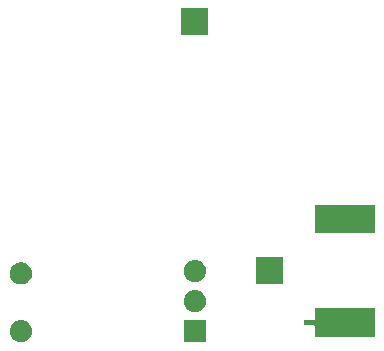
<source format=gbr>
G04 #@! TF.GenerationSoftware,KiCad,Pcbnew,(5.1.5)-3*
G04 #@! TF.CreationDate,2020-02-13T19:53:59-08:00*
G04 #@! TF.ProjectId,Clock_Test,436c6f63-6b5f-4546-9573-742e6b696361,rev?*
G04 #@! TF.SameCoordinates,Original*
G04 #@! TF.FileFunction,Soldermask,Bot*
G04 #@! TF.FilePolarity,Negative*
%FSLAX46Y46*%
G04 Gerber Fmt 4.6, Leading zero omitted, Abs format (unit mm)*
G04 Created by KiCad (PCBNEW (5.1.5)-3) date 2020-02-13 19:53:59*
%MOMM*%
%LPD*%
G04 APERTURE LIST*
%ADD10C,0.100000*%
G04 APERTURE END LIST*
D10*
G36*
X20086128Y-50404315D02*
G01*
X20171645Y-50439738D01*
X20257162Y-50475160D01*
X20257163Y-50475161D01*
X20411088Y-50578010D01*
X20541990Y-50708912D01*
X20610712Y-50811762D01*
X20644840Y-50862838D01*
X20676894Y-50940223D01*
X20715685Y-51033872D01*
X20751800Y-51215438D01*
X20751800Y-51400562D01*
X20715685Y-51582128D01*
X20680262Y-51667646D01*
X20644840Y-51753162D01*
X20644839Y-51753163D01*
X20541990Y-51907088D01*
X20411088Y-52037990D01*
X20308238Y-52106712D01*
X20257162Y-52140840D01*
X20171645Y-52176262D01*
X20086128Y-52211685D01*
X19904562Y-52247800D01*
X19719438Y-52247800D01*
X19537872Y-52211685D01*
X19452355Y-52176262D01*
X19366838Y-52140840D01*
X19315762Y-52106712D01*
X19212912Y-52037990D01*
X19082010Y-51907088D01*
X18979161Y-51753163D01*
X18979160Y-51753162D01*
X18943738Y-51667646D01*
X18908315Y-51582128D01*
X18872200Y-51400562D01*
X18872200Y-51215438D01*
X18908315Y-51033872D01*
X18947106Y-50940223D01*
X18979160Y-50862838D01*
X19013288Y-50811762D01*
X19082010Y-50708912D01*
X19212912Y-50578010D01*
X19366837Y-50475161D01*
X19366838Y-50475160D01*
X19452354Y-50439738D01*
X19537872Y-50404315D01*
X19719438Y-50368200D01*
X19904562Y-50368200D01*
X20086128Y-50404315D01*
G37*
G36*
X35483800Y-52247800D02*
G01*
X33604200Y-52247800D01*
X33604200Y-50368200D01*
X35483800Y-50368200D01*
X35483800Y-52247800D01*
G37*
G36*
X49784000Y-51818000D02*
G01*
X44704000Y-51818000D01*
X44704000Y-50964999D01*
X44701560Y-50940223D01*
X44694333Y-50916399D01*
X44682597Y-50894442D01*
X44666803Y-50875197D01*
X44647558Y-50859403D01*
X44625601Y-50847667D01*
X44601777Y-50840440D01*
X44577001Y-50838000D01*
X43779000Y-50838000D01*
X43779000Y-50378000D01*
X44577001Y-50378000D01*
X44601777Y-50375560D01*
X44625601Y-50368333D01*
X44647558Y-50356597D01*
X44666803Y-50340803D01*
X44682597Y-50321558D01*
X44694333Y-50299601D01*
X44701560Y-50275777D01*
X44704000Y-50251001D01*
X44704000Y-49398000D01*
X49784000Y-49398000D01*
X49784000Y-51818000D01*
G37*
G36*
X34818128Y-47864315D02*
G01*
X34903646Y-47899738D01*
X34989162Y-47935160D01*
X34989163Y-47935161D01*
X35143088Y-48038010D01*
X35273990Y-48168912D01*
X35342712Y-48271762D01*
X35376840Y-48322838D01*
X35412262Y-48408355D01*
X35447685Y-48493872D01*
X35483800Y-48675438D01*
X35483800Y-48860562D01*
X35447685Y-49042128D01*
X35412262Y-49127646D01*
X35376840Y-49213162D01*
X35376839Y-49213163D01*
X35273990Y-49367088D01*
X35143088Y-49497990D01*
X35040238Y-49566712D01*
X34989162Y-49600840D01*
X34903646Y-49636262D01*
X34818128Y-49671685D01*
X34636562Y-49707800D01*
X34451438Y-49707800D01*
X34269872Y-49671685D01*
X34184354Y-49636262D01*
X34098838Y-49600840D01*
X34047762Y-49566712D01*
X33944912Y-49497990D01*
X33814010Y-49367088D01*
X33711161Y-49213163D01*
X33711160Y-49213162D01*
X33675738Y-49127646D01*
X33640315Y-49042128D01*
X33604200Y-48860562D01*
X33604200Y-48675438D01*
X33640315Y-48493872D01*
X33675738Y-48408355D01*
X33711160Y-48322838D01*
X33745288Y-48271762D01*
X33814010Y-48168912D01*
X33944912Y-48038010D01*
X34098837Y-47935161D01*
X34098838Y-47935160D01*
X34184354Y-47899738D01*
X34269872Y-47864315D01*
X34451438Y-47828200D01*
X34636562Y-47828200D01*
X34818128Y-47864315D01*
G37*
G36*
X42037000Y-47371000D02*
G01*
X39751000Y-47371000D01*
X39751000Y-45085000D01*
X42037000Y-45085000D01*
X42037000Y-47371000D01*
G37*
G36*
X20086128Y-45524315D02*
G01*
X20171646Y-45559738D01*
X20257162Y-45595160D01*
X20257163Y-45595161D01*
X20411088Y-45698010D01*
X20541990Y-45828912D01*
X20610712Y-45931762D01*
X20644840Y-45982838D01*
X20680262Y-46068354D01*
X20715685Y-46153872D01*
X20751800Y-46335438D01*
X20751800Y-46520562D01*
X20715685Y-46702128D01*
X20680262Y-46787645D01*
X20644840Y-46873162D01*
X20644839Y-46873163D01*
X20541990Y-47027088D01*
X20411088Y-47157990D01*
X20308238Y-47226712D01*
X20257162Y-47260840D01*
X20171646Y-47296262D01*
X20086128Y-47331685D01*
X19904562Y-47367800D01*
X19719438Y-47367800D01*
X19537872Y-47331685D01*
X19452354Y-47296262D01*
X19366838Y-47260840D01*
X19315762Y-47226712D01*
X19212912Y-47157990D01*
X19082010Y-47027088D01*
X18979161Y-46873163D01*
X18979160Y-46873162D01*
X18943738Y-46787646D01*
X18908315Y-46702128D01*
X18872200Y-46520562D01*
X18872200Y-46335438D01*
X18908315Y-46153872D01*
X18943738Y-46068355D01*
X18979160Y-45982838D01*
X19013288Y-45931762D01*
X19082010Y-45828912D01*
X19212912Y-45698010D01*
X19366837Y-45595161D01*
X19366838Y-45595160D01*
X19452354Y-45559738D01*
X19537872Y-45524315D01*
X19719438Y-45488200D01*
X19904562Y-45488200D01*
X20086128Y-45524315D01*
G37*
G36*
X34818128Y-45324315D02*
G01*
X34903646Y-45359738D01*
X34989162Y-45395160D01*
X34989163Y-45395161D01*
X35143088Y-45498010D01*
X35273990Y-45628912D01*
X35342712Y-45731762D01*
X35376840Y-45782838D01*
X35395924Y-45828912D01*
X35447685Y-45953872D01*
X35483800Y-46135438D01*
X35483800Y-46320562D01*
X35447685Y-46502128D01*
X35440049Y-46520562D01*
X35376840Y-46673162D01*
X35376839Y-46673163D01*
X35273990Y-46827088D01*
X35143088Y-46957990D01*
X35040238Y-47026712D01*
X34989162Y-47060840D01*
X34903646Y-47096262D01*
X34818128Y-47131685D01*
X34636562Y-47167800D01*
X34451438Y-47167800D01*
X34269872Y-47131685D01*
X34184354Y-47096262D01*
X34098838Y-47060840D01*
X34047762Y-47026712D01*
X33944912Y-46957990D01*
X33814010Y-46827088D01*
X33711161Y-46673163D01*
X33711160Y-46673162D01*
X33647951Y-46520562D01*
X33640315Y-46502128D01*
X33604200Y-46320562D01*
X33604200Y-46135438D01*
X33640315Y-45953872D01*
X33692076Y-45828912D01*
X33711160Y-45782838D01*
X33745288Y-45731762D01*
X33814010Y-45628912D01*
X33944912Y-45498010D01*
X34098837Y-45395161D01*
X34098838Y-45395160D01*
X34184354Y-45359738D01*
X34269872Y-45324315D01*
X34451438Y-45288200D01*
X34636562Y-45288200D01*
X34818128Y-45324315D01*
G37*
G36*
X49784000Y-43058000D02*
G01*
X44704000Y-43058000D01*
X44704000Y-40638000D01*
X49784000Y-40638000D01*
X49784000Y-43058000D01*
G37*
G36*
X35687000Y-26289000D02*
G01*
X33401000Y-26289000D01*
X33401000Y-24003000D01*
X35687000Y-24003000D01*
X35687000Y-26289000D01*
G37*
M02*

</source>
